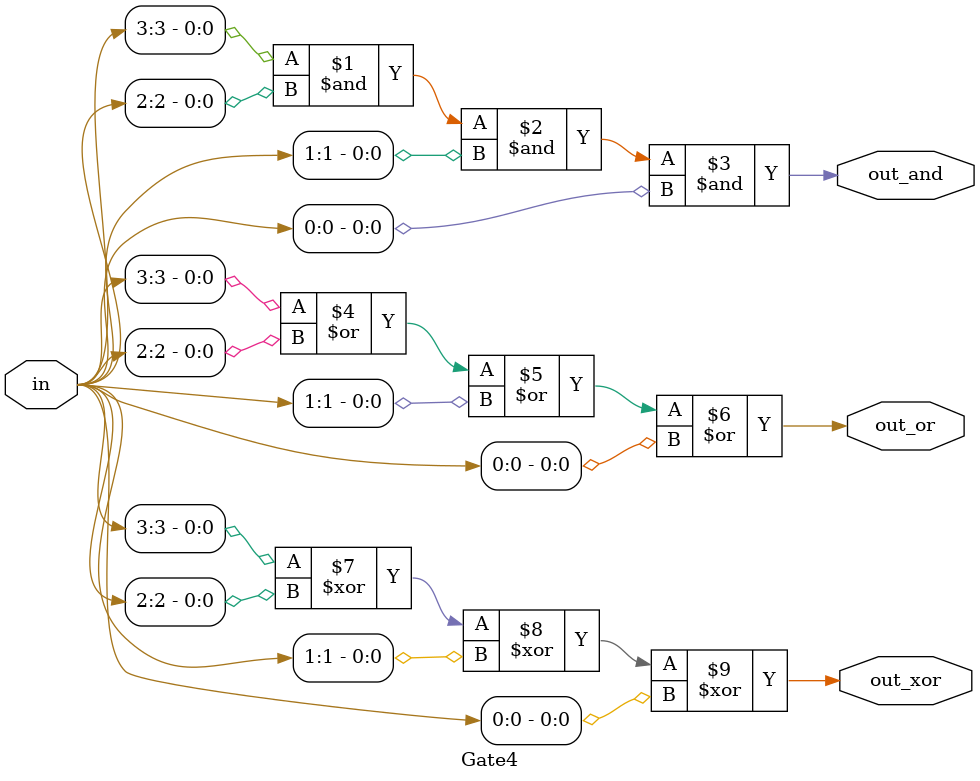
<source format=v>
module Gate4( 
    input [3:0] in,
    output out_and,
    output out_or,
    output out_xor
);
assign out_and = in[3] & in[2] & in[1] & in[0];
assign out_or  = in[3] | in[2] | in[1] | in[0];
assign out_xor = in[3] ^ in[2] ^ in[1] ^ in[0];
endmodule
</source>
